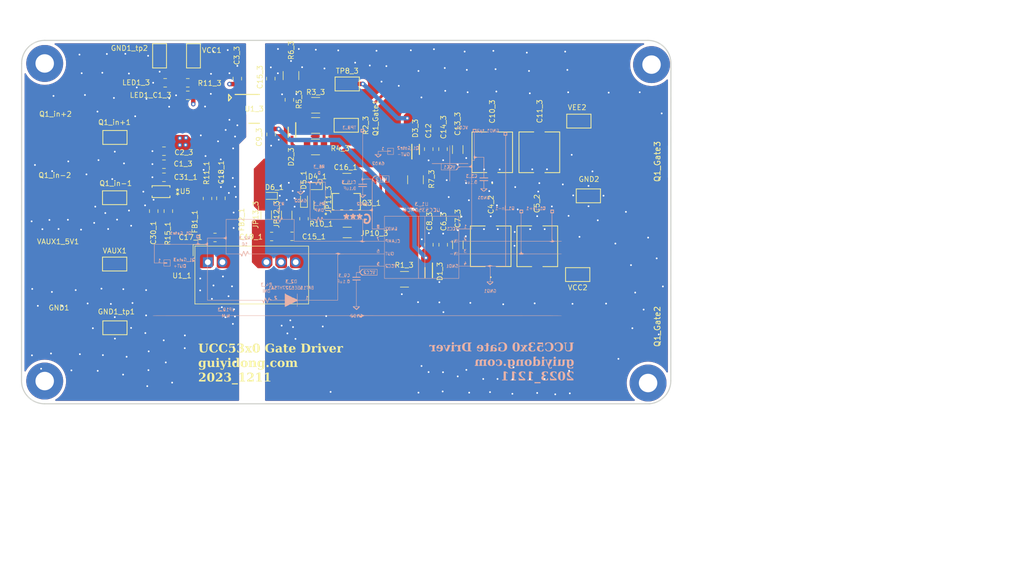
<source format=kicad_pcb>
(kicad_pcb (version 20221018) (generator pcbnew)
  (layers (0 "F.Cu" signal) (1 "In1.Cu" signal "GND.Cu") (2 "In2.Cu" signal "POWER.Cu") (31 "B.Cu" signal) (34 "B.Paste" user) (35 "F.Paste" user) (36 "B.SilkS" user "B.Silkscreen") (37 "F.SilkS" user "F.Silkscreen") (38 "B.Mask" user) (39 "F.Mask" user) (44 "Edge.Cuts" user))
  (net 0 "")
  (net 1 "unconnected-(TP1-Pin_1-Pad1)")
  (net 4 "GND1")
  (net 5 "VCC1")
  (net 6 "GND2")
  (net 7 "VCC2")
  (net 8 "VEE2")
  (net 9 "Net-(U1_1-+VOUT)")
  (net 10 "Net-(U1_1-0V)")
  (net 11 "VCC2: 15 to 33V")
  (net 12 "VEE2:-17.5 to 0V")
  (net 13 "Net-(U1_1-+VIN)")
  (net 14 "Net-(U1_1--VIN)")
  (net 15 "Net-(D1_3-Pad2)")
  (net 16 "Net-(U1_3-OUT)")
  (net 17 "Net-(D2_3-Pad2)")
  (net 18 "Net-(D3_3-Pad1)")
  (net 19 "Net-(D4_1-K)")
  (net 20 "Net-(U1_1--VOUT)")
  (net 21 "Net-(C18_1-Pad1)")
  (net 22 "Net-(Q1_Gate3-Pin_1)")
  (net 23 "Net-(U1_3-CLAMP)")
  (net 24 "VAUX")
  (net 25 "Net-(LED1_3-A)")
  (net 26 "Net-(D5_1-K)")
  (net 27 "Net-(Q1_in+2-Pin_1)")
  (net 28 "Net-(Q1_in-2-Pin_1)")
  (footprint "Library:CAP_6.3 X 5.8_PAN-M" (layer "F.Cu") (at 131.59 59.4049 90)
    (fp_text reference "C10_3")
    (fp_text value "22uF")
  )
  (footprint "Library:C_0805_2012Metric" (layer "F.Cu") (at 75.438 69.596 90)
    (fp_text reference "R15_1")
    (fp_text value "240R")
  )
  (footprint "Library:SolderWirePad_single_SMD_5x10mm" (layer "F.Cu") (at 156.4 61 -90)
    (fp_text reference "Q1_Gate3")
    (fp_text value "OUT+")
  )
  (footprint "Library:C_0805_2012Metric" (layer "F.Cu") (at 123.08 75.43 90)
    (fp_text reference "C6_3")
    (fp_text value "4.7uF")
  )
  (footprint "Library:R_1210_3225Metric" (layer "F.Cu") (at 100.97 54.7525)
    (fp_text reference "R2_3")
    (fp_text value "10")
  )
  (footprint "Library:C_0805_2012Metric" (layer "F.Cu") (at 96.42 50.3025 90)
    (fp_text reference "R5_3")
    (fp_text value "DNP")
  )
  (footprint "Library:C_0805_2012Metric" (layer "F.Cu") (at 74.676 59.208 180)
    (fp_text reference "C2_3")
    (fp_text value "10uF")
  )
  (footprint "Library:D_SOD-523" (layer "F.Cu") (at 100.875 65.275 180)
    (fp_text reference "D4_1")
    (fp_text value "BZT585B18T")
  )
  (footprint "Library:BEADC2012X105N" (layer "F.Cu") (at 85.852 71.12 180)
    (fp_text reference "FB2_1")
    (fp_text value "BLM21AG471SZ1D")
  )
  (footprint "Library:SOD-123_ONS-M" (layer "F.Cu") (at 74.168 66.228 180)
    (fp_text reference "U5")
    (fp_text value "MMSZ3V3T1G")
  )
  (footprint "Library:R_1206_3216Metric" (layer "F.Cu") (at 92.4 70.25 90)
    (fp_text reference "JP13_3")
    (fp_text value "N.M")
  )
  (footprint "Library:R_1210_3225Metric" (layer "F.Cu") (at 96.695 46.1025 90)
    (fp_text reference "R6_3")
    (fp_text value "0")
  )
  (footprint "Library:TestPoint_Keystone_5019_Minature" (layer "F.Cu") (at 66.175 89.825 180)
    (fp_text reference "GND1_tp1")
    (fp_text value "TestPoint")
  )
  (footprint "Library:C_0805_2012Metric" (layer "F.Cu") (at 120.575 58.8491 -90)
    (fp_text reference "C12")
    (fp_text value "4.7uF")
  )
  (footprint "Library:R_0805_2012Metric" (layer "F.Cu") (at 96.8625 73.975 180)
    (fp_text reference "C15_1")
    (fp_text value "1uf/50V")
  )
  (footprint "Library:C_0805_2012Metric" (layer "F.Cu") (at 93.245 56.3025 -90)
    (fp_text reference "C9_3")
    (fp_text value "0.1uF")
  )
  (footprint "Library:D_SOD-523" (layer "F.Cu") (at 98.95 67.675 90)
    (fp_text reference "D5_1")
    (fp_text value "BZT52B20T")
  )
  (footprint "Library:R_0805_2012Metric" (layer "F.Cu") (at 93.3375 74 180)
    (fp_text reference "C19_1")
    (fp_text value "1uf/50V")
  )
  (footprint "Library:TestPoint_Keystone_5019_Minature" (layer "F.Cu") (at 106.445 47.5525)
    (fp_text reference "TP8_3")
    (fp_text value "TestPoint")
  )
  (footprint "Library:R_1206_3216Metric" (layer "F.Cu") (at 106.385 63.9625 180)
    (fp_text reference "C16_1")
    (fp_text value "4.7uf/50V")
  )
  (footprint "Library:C_0805_2012Metric" (layer "F.Cu") (at 78.806 49.53 180)
    (fp_text reference "LED1_C1_3")
    (fp_text value "0.1uF")
  )
  (footprint "Library:SolderWirePad_single_SMD_5x10mm" (layer "F.Cu") (at 156.4 89.6 -90)
    (fp_text reference "Q1_Gate2")
    (fp_text value "OUT-")
  )
  (footprint "Library:C_0805_2012Metric" (layer "F.Cu") (at 120.605 75.43 90)
    (fp_text reference "C8_3")
    (fp_text value "1uF")
  )
  (footprint "Library:SolderWirePad_single_SMD_5x10mm" (layer "F.Cu") (at 56.425 78.6805 90)
    (fp_text reference "VAUX1_5V1")
    (fp_text value "5V")
  )
  (footprint "Library:C_0805_2012Metric" (layer "F.Cu") (at 123.05 58.8491 -90)
    (fp_text reference "C14_3")
    (fp_text value "1uF")
  )
  (footprint "MountingHole:MountingHole_3.2mm_M3_Pad" (layer "F.Cu") (at 54 99.06)
    (fp_text reference "TP1" hide)
    (fp_text value "M3")
  )
  (footprint "Library:SOD2513X110N" (layer "F.Cu") (at 120.57 80.26 -90)
    (fp_text reference "D1_3")
    (fp_text value "MURS160T3G" hide)
  )
  (footprint "Library:CAP_6.3 X 5.8_PAN-M" (layer "F.Cu") (at 131.318 75.692 90)
    (fp_text reference "C4_2")
    (fp_text value "22uF")
  )
  (footprint "Library:SolderWirePad_single_SMD_5x10mm" (layer "F.Cu") (at 56.425 89.928 90)
    (fp_text reference "GND1")
    (fp_text value "GND1")
  )
  (footprint "Library:SolderWirePad_single_SMD_5x10mm" (layer "F.Cu") (at 56.425 67.278 90)
    (fp_text reference "Q1_in-2")
    (fp_text value "IN-")
  )
  (footprint "Library:R_1206_3216Metric" (layer "F.Cu") (at 95.95 70.3 90)
    (fp_text reference "JP12_3")
    (fp_text value "N.M")
  )
  (footprint "Library:TestPoint_Keystone_5019_Minature" (layer "F.Cu") (at 146.6 54 180)
    (fp_text reference "VEE2")
    (fp_text value "TestPoint")
  )
  (footprint "Library:C_1206_3216Metric" (layer "F.Cu") (at 125.6 58.9241 -90)
    (fp_text reference "C13_3")
    (fp_text value "10uF")
  )
  (footprint "Library:BEADC2012X105N" (layer "F.Cu") (at 82.2 71.24 -90)
    (fp_text reference "FB1_1")
    (fp_text value "BLM21AG471SZ1D")
  )
  (footprint "Library:R_0805_2012Metric" (layer "F.Cu") (at 82.225 67.405 -90)
    (fp_text reference "R11_1")
    (fp_text value "0")
  )
  (footprint "Library:TestPoint_Keystone_5019_Minature" (layer "F.Cu") (at 79.789 42.675 -90)
    (fp_text reference "VCC1")
    (fp_text value "TestPoint")
  )
  (footprint "Library:R_1210_3225Metric" (layer "F.Cu") (at 100.97 51.2525)
    (fp_text reference "R3_3")
    (fp_text value "0")
  )
  (footprint "Library:CAP_EEFK_D8_PAN-M" (layer "F.Cu") (at 139.3952 75.692 90)
    (fp_text reference "C5_2")
    (fp_text value "47uF")
  )
  (footprint "Library:SolderWirePad_single_SMD_5x10mm" (layer "F.Cu") (at 56.425 56.8 90)
    (fp_text reference "Q1_in+2")
    (fp_text value "IN+")
  )
  (footprint "Library:C_1206_3216Metric" (layer "F.Cu") (at 125.63 75.43 90)
    (fp_text reference "C7_3")
    (fp_text value "10uF")
  )
  (footprint "Library:C_0805_2012Metric" (layer "F.Cu") (at 84.55 67.375 90)
    (fp_text reference "C18_1")
    (fp_text value "N.M")
  )
  (footprint "Library:TestPoint_Keystone_5019_Minature" (layer "F.Cu") (at 66.125 78.775 180)
    (fp_text reference "VAUX1")
    (fp_text value "TestPoint")
  )
  (footprint "Library:R_0805_2012Metric" (layer "F.Cu") (at 83.525 74.168)
    (fp_text reference "C17_1")
    (fp_text value "1uf/50V")
  )
  (footprint "Library:TestPoint_Keystone_5019_Minature" (layer "F.Cu") (at 66.175 56.825)
    (fp_text reference "Q1_in+1")
    (fp_text value "TestPoint")
  )
  (footprint "Library:C_0805_2012Metric" (layer "F.Cu") (at 93.195 46.6275 90)
    (fp_text reference "C15_3")
    (fp_text value "0.1uF")
  )
  (footprint "Library:TestPoint_Keystone_5019_Minature" (layer "F.Cu") (at 106.275 54.72)
    (fp_text reference "Q1_Gate1")
    (fp_text value "TestPoint")
  )
  (footprint "Library:C_0805_2012Metric" (layer "F.Cu") (at 74.676 61.468 180)
    (fp_text reference "C1_3")
    (fp_text value "10uF")
  )
  (footprint "Library:R_1206_3216Metric" (layer "F.Cu") (at 106.4415 73.3018)
    (fp_text reference "JP10_3")
    (fp_text value "N.M")
  )
  (footprint "Library:TestPoint_Keystone_5019_Minature" (layer "F.Cu") (at 73.914 42.675 -90)
    (fp_text reference "GND1_tp2")
    (fp_text value "TestPoint")
  )
  (footprint "Library:R_1206_3216Metric" (layer "F.Cu") (at 101.575 68.55 90)
    (fp_text reference "JP11_3")
    (fp_text value "N.M")
  )
  (footprint "Library:C_0805_2012Metric" (layer "F.Cu") (at 74.676 63.738 180)
    (fp_text reference "C31_1")
    (fp_text value "4.7uF/10V")
  )
  (footprint "Library:C_0805_2012Metric" (layer "F.Cu") (at 78.806 47.355)
    (fp_text reference "R11_3")
    (fp_text value "1k")
  )
  (footprint "Library:TestPoint_Keystone_5019_Minature" (layer "F.Cu") (at 146.4 80.6 180)
    (fp_text reference "VCC2")
    (fp_text value "TestPoint")
  )
  (footprint "Library:C_0805_2012Metric" (layer "F.Cu") (at 72.898 69.596 90)
    (fp_text reference "C30_1")
    (fp_text value "10uF/25V")
  )
  (footprint "Library:D_SOD-523" (layer "F.Cu") (at 93.075 66.95 180)
    (fp_text reference "D6_1")
    (fp_text value "BZT52B2V7T")
  )
  (footprint "MountingHole:MountingHole_3.2mm_M3_Pad" (layer "F.Cu") (at 159.2 44.2)
    (fp_text reference "TP4" hide)
    (fp_text value "M3")
  )
  (footprint "Library:TestPoint_Keystone_5019_Minature" (layer "F.Cu") (at 66.125 67.275)
    (fp_text reference "Q1_in-1")
    (fp_text value "TestPoint")
  )
  (footprint "Library:Converter_DCDC_Murata_MGJ2DxxxxxxSC_THT" (layer "F.Cu") (at 82.275 78.45)
    (fp_text reference "U1_1")
    (fp_text value "MGJ2D051509SC")
  )
  (footprint "Library:R_1210_3225Metric" (layer "F.Cu") (at 100.945 58.4775)
    (fp_text reference "R4_3")
    (fp_text value "DNI")
  )
  (footprint "Library:CAP_EEFK_D8_PAN-M" (layer "F.Cu") (at 139.75 59.4 90)
    (fp_text reference "C11_3")
    (fp_text value "47uF")
  )
  (footprint "Library:SOT-89_STM" (layer "F.Cu") (at 106.2965 67.9579)
    (fp_text reference "Q3_1")
    (fp_text value "2STF1360")
  )
  (footprint "Library:C_0805_2012Metric" (layer "F.Cu") (at 74.881 47.355)
    (fp_text reference "LED1_3")
    (fp_text value "LED")
  )
  (footprint "Library:R_1210_3225Metric" (layer "F.Cu") (at 118.28 64.16 -90)
    (fp_text reference "R7_3")
    (fp_text value "10.0")
  )
  (footprint "MountingHole:MountingHole_3.2mm_M3_Pad" (layer "F.Cu") (at 54 44)
    (fp_text reference "TP2" hide)
    (fp_text value "M3")
  )
  (footprint "Library:C_0805_2012Metric" (layer "F.Cu") (at 87.395 46.6275 90)
    (fp_text reference "C3_3")
    (fp_text value "0.1uF")
  )
  (footprint "Library:TestPoint_Keystone_5019_Minature" (layer "F.Cu") (at 148.25 66.95 180)
    (fp_text reference "GND2")
    (fp_text value "TestPoint")
  )
  (footprint "Library:D0008B_M" (layer "F.Cu") (at 90.32 51.8775)
    (fp_text reference "U1_3")
    (fp_text value "UCC5350MCD")
  )
  (footprint "Library:SOD2513X110N" (layer "F.Cu") (at 96.87 55.9275 -90)
    (fp_text reference "D2_3")
    (fp_text value "BAT165E6327HTSA1" hide)
  )
  (footprint "Library:R_1210_3225Metric" (layer "F.Cu") (at 116.37 81.42 180)
    (fp_text reference "R1_3")
    (fp_text value "10.0")
  )
  (footprint "MountingHole:MountingHole_3.2mm_M3_Pad" (layer "F.Cu") (at 158.6 99.4)
    (fp_text reference "TP3" hide)
    (fp_text value "M3")
  )
  (footprint "Library:SOD2513X110N" (layer "F.Cu") (at 118.3 58.8991 90)
    (fp_text reference "D3_3")
    (fp_text value "MURS160T3G" hide)
  )
  (footprint "Library:R_0805_2012Metric" (layer "F.Cu") (at 98.95 70.925 90)
    (fp_text reference "R10_1")
    (fp_text value "1k")
  )
  (footprint "direct AC-AC:ucc_driver_circuit" (layer "B.Cu") (at 108.2 71 180)
    (fp_text reference "G***")
    (fp_text value "LOGO" hide)
  )
  (gr_arc (start 158.56 40) (mid 161.388427 41.171573) (end 162.56 44) (stroke (width 0.2)) (layer "Edge.Cuts"))
  (gr_arc (start 50 44) (mid 51.171573 41.171573) (end 54 40) (stroke (width 0.2)) (layer "Edge.Cuts"))
  (gr_line (start 54 40) (end 158.56 40) (stroke (width 0.2)) (layer "Edge.Cuts"))
  (gr_line (start 49.980979 99) (end 50 44) (stroke (width 0.2)) (layer "Edge.Cuts"))
  (gr_line (start 162.540979 99) (end 162.56 44) (stroke (width 0.2)) (layer "Edge.Cuts"))
  (gr_arc (start 53.980979 103) (mid 51.152552 101.828427) (end 49.980979 99) (stroke (width 0.2)) (layer "Edge.Cuts"))
  (gr_line (start 53.980979 103) (end 158.819021 103) (stroke (width 0.2)) (layer "Edge.Cuts"))
  (gr_arc (start 162.540979 99) (mid 161.466568 101.731894) (end 158.819021 103) (stroke (width 0.2)) (layer "Edge.Cuts"))
  (gr_text "UCC53x0 Gate Driver \nguiyidong.com\n2023_1211" (at 145.8 99.2) (layer "B.SilkS") (effects (font (size 1.5 1.5) (thickness 0.3) bold) (justify left bottom mirror)))
  (gr_text "UCC53x0 Gate Driver \nguiyidong.com\n2023_1211" (at 80.6 99.4) (layer "F.SilkS") (effects (font (size 1.5 1.5) (thickness 0.3) bold) (justify left bottom)))
  (via (at 53.38 96.92) (size 0.6096) (drill 0.3048) (layers "F.Cu" "B.Cu") (net 1))
  (segment (start 86.742 71.12) (end 86.742 69.858) (width 0.508) (layer "F.Cu") (net 4))
  (segment (start 72.4408 66.228) (end 71.103 66.228) (width 0.508) (layer "F.Cu") (net 4))
  (segment (start 72.693 61.468) (end 72.675 61.45) (width 0.508) (layer "F.Cu") (net 4))
  (segment (start 86.742 95.467) (end 87.05 95.775) (width 0.508) (layer "F.Cu") (net 4))
  (segment (start 73.914 42.675) (end 71.925 42.675) (width 0.508) (layer "F.Cu") (net 4))
  (segment (start 66.175 89.825) (end 66.175 88) (width 0.508) (layer "F.Cu") (net 4))
  (segment (start 77.856 49.53) (end 76.78 49.53) (width 0.508) (layer "F.Cu") (net 4))
  (segment (start 72.688 63.738) (end 72.675 63.725) (width 0.508) (layer "F.Cu") (net 4))
  (segment (start 87.420001 53.7825) (end 86.0375 53.7825) (width 0.508) (layer "F.Cu") (net 4))
  (segment (start 87.420001 53.7825) (end 87.420001 54.699999) (width 0.508) (layer "F.Cu") (net 4))
  (segment (start 86.0375 53.7825) (end 86.025 53.77) (width 0.508) (layer "F.Cu") (net 4))
  (segment (start 86.0425 45.6775) (end 86.025 45.695) (width 0.508) (layer "F.Cu") (net 4))
  (segment (start 71.103 66.228) (end 71.1 66.225) (width 0.508) (layer "F.Cu") (net 4))
  (segment (start 72.898 68.646) (end 71.446 68.646) (width 0.508) (layer "F.Cu") (net 4))
  (segment (start 87.395 45.6775) (end 87.395 44.425) (width 0.508) (layer "F.Cu") (net 4))
  (segment (start 68.95 89.825) (end 68.975 89.85) (width 0.508) (layer "F.Cu") (net 4))
  (segment (start 86.742 93.158) (end 86.75 93.15) (width 0.508) (layer "F.Cu") (net 4))
  (segment (start 84.55 66.425) (end 85.9 66.425) (width 0.508) (layer "F.Cu") (net 4))
  (segment (start 86.742 69.858) (end 86.75 69.85) (width 0.508) (layer "F.Cu") (net 4))
  (segment (start 73.914 45.414) (end 73.925 45.425) (width 0.508) (layer "F.Cu") (net 4))
  (segment (start 73.726 61.468) (end 72.693 61.468) (width 0.508) (layer "F.Cu") (net 4))
  (segment (start 87.420001 54.699999) (end 87.4 54.72) (width 0.508) (layer "F.Cu") (net 4))
  (segment (start 73.931 47.355) (end 72.805 47.355) (width 0.508) (layer "F.Cu") (net 4))
  (segment (start 72.898 67.648) (end 72.875 67.625) (width 0.508) (layer "F.Cu") (net 4))
  (segment (start 72.898 68.646) (end 72.898 67.648) (width 0.508) (layer "F.Cu") (net 4))
  (segment (start 85.9 66.425) (end 85.925 66.45) (width 0.508) (layer "F.Cu") (net 4))
  (segment (start 85.3 88.025) (end 85.325 88) (width 0.508) (layer "F.Cu") (net 4))
  (segment (start 66.175 89.825) (end 66.175 91.7) (width 0.508) (layer "F.Cu") (net 4))
  (segment (start 73.726 63.738) (end 72.688 63.738) (width 0.508) (layer "F.Cu") (net 4))
  (segment (start 66.175 89.825) (end 68.95 89.825) (width 0.508) (layer "F.Cu") (net 4))
  (segment (start 62.322 89.928) (end 62.35 89.9) (width 0.508) (layer "F.Cu") (net 4))
  (segment (start 56.425 89.928) (end 62.322 89.928) (width 0.508) (layer "F.Cu") (net 4))
  (segment (start 86.742 71.12) (end 86.742 72.517) (width 0.508) (layer "F.Cu") (net 4))
  (segment (start 87.395 45.6775) (end 86.0425 45.6775) (width 0.508) (layer "F.Cu") (net 4))
  (segment (start 73.726 59.208) (end 72.683 59.208) (width 0.508) (layer "F.Cu") (net 4))
  (segment (start 71.446 68.646) (end 71.4 68.6) (width 0.508) (layer "F.Cu") (net 4))
  (segment (start 84.55 66.425) (end 84.55 65.425) (width 0.508) (layer "F.Cu") (net 4))
  (segment (start 76.78 49.53) (end 76.775 49.525) (width 0.508) (layer "F.Cu") (net 4))
  (segment (start 72.805 47.355) (end 72.8 47.35) (width 0.508) (layer "F.Cu") (net 4))
  (segment (start 66.175 88) (end 66.15 87.975) (width 0.508) (layer "F.Cu") (net 4))
  (segment (start 87.395 44.425) (end 87.4 44.42) (width 0.508) (layer "F.Cu") (net 4))
  (segment (start 72.683 59.208) (end 72.675 59.2) (width 0.508) (layer "F.Cu") (net 4))
  (segment (start 73.914 42.675) (end 73.914 45.414) (width 0.508) (layer "F.Cu") (net 4))
  (segment (start 86.742 72.517) (end 86.75 72.525) (width 0.508) (layer "F.Cu") (net 4))
  (via (at 87.14 67.14) (size 0.6096) (drill 0.3048) (layers "F.Cu" "B.Cu") (net 4))
  (via (at 66 49.98) (size 0.6096) (drill 0.3048) (layers "F.Cu" "B.Cu") (net 4))
  (via (at 83.24 41.92) (size 0.6096) (drill 0.3048) (layers "F.Cu" "B.Cu") (net 4))
  (via (at 87.4 54.72) (size 0.6096) (drill 0.3048) (layers "F.Cu" "B.Cu") (net 4))
  (via (at 67.63 83.13) (size 0.6096) (drill 0.3048) (layers "F.Cu" "B.Cu") (net 4))
  (via (at 55.25 83.61) (size 0.6096) (drill 0.3048) (layers "F.Cu" "B.Cu") (net 4))
  (via (at 65 72.7) (size 0.6096) (drill 0.3048) (layers "F.Cu" "B.Cu") (net 4))
  (via (at 66.175 91.7) (size 0.6096) (drill 0.3048) (layers "F.Cu" "B.Cu") (net 4))
  (via (at 51.79 94.6) (size 0.6096) (drill 0.3048) (layers "F.Cu" "B.Cu") (net 4))
  (via (at 86.025 53.77) (size 0.6096) (drill 0.3048) (layers "F.Cu" "B.Cu") (net 4))
  (via (at 85.325 88) (size 0.6096) (drill 0.3048) (layers "F.Cu" "B.Cu") (net 4))
  (via (at 66.15 87.975) (size 0.6096) (drill 0.3048) (layers "F.Cu" "B.Cu") (net 4))
  (via (at 86.83 86.62) (size 0.6096) (drill 0.3048) (layers "F.Cu" "B.Cu") (net 4))
  (via (at 62.58 71.64) (size 0.6096) (drill 0.3048) (layers "F.Cu" "B.Cu") (net 4))
  (via (at 82.8 49.27) (size 0.6096) (drill 0.3048) (layers "F.Cu" "B.Cu") (net 4))
  (via (at 54.82 71.13) (size 0.6096) (drill 0.3048) (layers "F.Cu" "B.Cu") (net 4))
  (via (at 68.61 69.5) (size 0.6096) (drill 0.3048) (layers "F.Cu" "B.Cu") (net 4))
  (via (at 71.1 66.225) (size 0.6096) (drill 0.3048) (layers "F.Cu" "B.Cu") (net 4))
  (via (at 86.61 63.86) (size 0.6096) (drill 0.3048) (layers "F.Cu" "B.Cu") (net 4))
  (via (at 84.52 60.63) (size 0.6096) (drill 0.3048) (layers "F.Cu" "B.Cu") (net 4))
  (via (at 84.05 57.5) (size 0.6096) (drill 0.3048) (layers "F.Cu" "B.Cu") (net 4))
  (via (at 71.925 42.675) (size 0.6096) (drill 0.3048) (layers "F.Cu" "B.Cu") (net 4))
  (via (at 84.9 80.93) (size 0.6096) (drill 0.3048) (layers "F.Cu" "B.Cu") (net 4))
  (via (at 71.58 83.29) (size 0.6096) (drill 0.3048) (layers "F.Cu" "B.Cu") (net 4))
  (via (at 62.35 89.9) (size 0.6096) (drill 0.3048) (layers "F.Cu" "B.Cu") (net 4))
  (via (at 71.45 90.74) (size 0.6096) (drill 0.3048) (layers "F.Cu" "B.Cu") (net 4))
  (via (at 58.02 71.1) (size 0.6096) (drill 0.3048) (layers "F.Cu" "B.Cu") (net 4))
  (via (at 72.8 47.35) (size 0.6096) (drill 0.3048) (layers "F.Cu" "B.Cu") (net 4))
  (via (at 65.712284 64.04152) (size 0.6096) (drill 0.3048) (layers "F.Cu" "B.Cu") (net 4))
  (via (at 55.091593 94.278593) (size 0.6096) (drill 0.3048) (layers "F.Cu" "B.Cu") (net 4))
  (via (at 60.097901 94.400698) (size 0.6096) (drill 0.3048) (layers "F.Cu" "B.Cu") (net 4))
  (via (at 63.324452 60.758251) (size 0.6096) (drill 0.3048) (layers "F.Cu" "B.Cu") (net 4))
  (via (at 83.26 82.49) (size 0.6096) (drill 0.3048) (layers "F.Cu" "B.Cu") (net 4))
  (via (at 78.28 93.36) (size 0.6096) (drill 0.3048) (layers "F.Cu" "B.Cu") (net 4))
  (via (at 61.44 85.61) (size 0.6096) (drill 0.3048) (layers "F.Cu" "B.Cu") (net 4))
  (via (at 62.77 68.82) (size 0.6096) (drill 0.3048) (layers "F.Cu" "B.Cu") (net 4))
  (via (at 67.98 42.33) (size 0.6096) (drill 0.3048) (layers "F.Cu" "B.Cu") (net 4))
  (via (at 75.6 50.05) (size 0.6096) (drill 0.3048) (layers "F.Cu" "B.Cu") (net 4))
  (via (at 55.29 62.66) (size 0.6096) (drill 0.3048) (layers "F.Cu" "B.Cu") (net 4))
  (via (at 81.55 62.45) (size 0.6096) (drill 0.3048) (layers "F.Cu" "B.Cu") (net 4))
  (via (at 76.09 99.33) (size 0.6096) (drill 0.3048) (layers "F.Cu" "B.Cu") (net 4))
  (via (at 61.24 63.23) (size 0.6096) (drill 0.3048) (layers "F.Cu" "B.Cu") (net 4))
  (via (at 53.6 72.73) (size 0.6096) (drill 0.3048) (layers "F.Cu" "B.Cu") (net 4))
  (via (at 80.95 83.35) (size 0.6096) (drill 0.3048) (layers "F.Cu" "B.Cu") (net 4))
  (via (at 59.37 83.29) (size 0.6096) (drill 0.3048) (layers "F.Cu" "B.Cu") (net 4))
  (via (at 52.31 61.6) (size 0.6096) (drill 0.3048) (layers "F.Cu" "B.Cu") (net 4))
  (via (at 87.4 44.42) (size 0.6096) (drill 0.3048) (layers "F.Cu" "B.Cu") (net 4))
  (via (at 63.148904 52.342858) (size 0.6096) (drill 0.3048) (layers "F.Cu" "B.Cu") (net 4))
  (via (at 65.47 85.69) (size 0.6096) (drill 0.3048) (layers "F.Cu" "B.Cu") (net 4))
  (via (at 86.98 87.87) (size 0.6096) (drill 0.3048) (layers "F.Cu" "B.Cu") (net 4))
  (via (at 84.71 86.26) (size 0.6096) (drill 0.3048) (layers "F.Cu" "B.Cu") (net 4))
  (via (at 71.4 68.6) (size 0.6096) (drill 0.3048) (layers "F.Cu" "B.Cu") (net 4))
  (via (at 69.22 85.53) (size 0.6096) (drill 0.3048) (layers "F.Cu" "B.Cu") (net 4))
  (via (at 71.982796 97.168413) (size 0.6096) (drill 0.3048) (layers "F.Cu" "B.Cu") (net 4))
  (via (at 86.75 72.525) (size 0.6096) (drill 0.3048) (layers "F.Cu" "B.Cu") (net 4))
  (via (at 51.84 83.09) (size 0.6096) (drill 0.3048) (layers "F.Cu" "B.Cu") (net 4))
  (via (at 78.3 91.15) (size 0.6096) (drill 0.3048) (layers "F.Cu" "B.Cu") (net 4))
  (via (at 56.4 72.7) (size 0.6096) (drill 0.3048) (layers "F.Cu" "B.Cu") (net 4))
  (via (at 51.73 71.37) (size 0.6096) (drill 0.3048) (layers "F.Cu" "B.Cu") (net 4))
  (via (at 58.63 97.21) (size 0.6096) (drill 0.3048) (layers "F.Cu" "B.Cu") (net 4))
  (via (at 64.776972 42.357376) (size 0.6096) (drill 0.3048) (layers "F.Cu" "B.Cu") (net 4))
  (via (at 84.74 64.41) (size 0.6096) (drill 0.3048) (layers "F.Cu" "B.Cu") (net 4))
  (via (at 63.84 83.04) (size 0.6096) (drill 0.3048) (layers "F.Cu" "B.Cu") (net 4))
  (via (at 63.990072 45.613511) (size 0.6096) (drill 0.3048) (layers "F.Cu" "B.Cu") (net 4))
  (via (at 85.37 55.53) (size 0.6096) (drill 0.3048) (layers "F.Cu" "B.Cu") (net 4))
  (via (at 80.97 81.28) (size 0.6096) (drill 0.3048) (layers "F.Cu" "B.Cu") (net 4))
  (via (at 71.64 50.14) (size 0.6096) (drill 0.3048) (layers "F.Cu" "B.Cu") (net 4))
  (via (at 82.99 84.81) (size 0.6096) (drill 0.3048) (layers "F.Cu" "B.Cu") (net 4))
  (via (at 72.675 61.45) (size 0.6096) (drill 0.3048) (layers "F.Cu" "B.Cu") (net 4))
  (via (at 60.978147 49.466605) (size 0.6096) (drill 0.3048) (layers "F.Cu" "B.Cu") (net 4))
  (via (at 67.747369 61.328074) (size 0.6096) (drill 0.3048) (layers "F.Cu" "B.Cu") (net 4))
  (via (at 64.510117 69.934327) (size 0.6096) (drill 0.3048) (layers "F.Cu" "B.Cu") (net 4))
  (via (at 85.87 84.35) (size 0.6096) (drill 0.3048) (layers "F.Cu" "B.Cu") (net 4))
  (via (at 72.023497 93.912277) (size 0.6096) (drill 0.3048) (layers "F.Cu" "B.Cu") (net 4))
  (via (at 64.09 94.56) (size 0.6096) (drill 0.3048) (layers "F.Cu" "B.Cu") (net 4))
  (via (at 86.97 65.36) (size 0.6096) (drill 0.3048) (layers "F.Cu" "B.Cu") (net 4))
  (via (at 86.625 89.15) (size 0.6096) (drill 0.3048) (layers "F.Cu" "B.Cu") (net 4))
  (via (at 81.06 56.47) (size 0.6096) (drill 0.3048) (layers "F.Cu" "B.Cu") (net 4))
  (via (at 86.47 82.64) (size 0.6096) (drill 0.3048) (layers "F.Cu" "B.Cu") (net 4))
  (via (at 68.987303 72.132219) (size 0.6096) (drill 0.3048) (layers "F.Cu" "B.Cu") (net 4))
  (via (at 72.675 59.2) (size 0.6096) (drill 0.3048) (layers "F.Cu" "B.Cu") (net 4))
  (via (at 75.575 51.5) (size 0.6096) (drill 0.3048) (layers "F.Cu" "B.Cu") (net 4))
  (via (at 87 56.67) (size 0.6096) (drill 0.3048) (layers "F.Cu" "B.Cu") (net 4))
  (via (at 87.05 95.775) (size 0.6096) (drill 0.3048) (layers "F.Cu" "B.Cu") (net 4))
  (via (at 68.975 89.85) (size 0.6096) (drill 0.3048) (layers "F.Cu" "B.Cu") (net 4))
  (via (at 68.6 45.75) (size 0.6096) (drill 0.3048) (layers "F.Cu" "B.Cu") (net 4))
  (via (at 58.09 60.98) (size 0.6096) (drill 0.3048) (layers "F.Cu" "B.Cu") (net 4))
  (via (at 71.78 99.94) (size 0.6096) (drill 0.3048) (layers "F.Cu" "B.Cu") (net 4))
  (via (at 68.197538 94.848416) (size 0.6096) (drill 0.3048) (layers "F.Cu" "B.Cu") (net 4))
  (via (at 71.58 87.68) (size 0.6096) (drill 0.3048) (layers "F.Cu" "B.Cu") (net 4))
  (via (at 66.545202 71.073975) (size 0.6096) (drill 0.3048) (layers "F.Cu" "B.Cu") (net 4))
  (via (at 73.925 45.425) (size 0.6096) (drill 0.3048) (layers "F.Cu" "B.Cu") (net 4))
  (via (at 85.925 66.45) (size 0.6096) (drill 0.3048) (layers "F.Cu" "B.Cu") (net 4))
  (via (at 74.63 92) (size 0.6096) (drill 0.3048) (layers "F.Cu" "B.Cu") (net 4))
  (via (at 60.3 72.81) (size 0.6096) (drill 0.3048) (layers "F.Cu" "B.Cu") (net 4))
  (via (at 60.41 45.69) (size 0.6096) (drill 0.3048) (layers "F.Cu" "B.Cu") (net 4))
  (via (at 86.025 45.695) (size 0.6096) (drill 0.3048) (layers "F.Cu" "B.Cu") (net 4))
  (via (at 57 86.06) (size 0.6096) (drill 0.3048) (layers "F.Cu" "B.Cu") (net 4))
  (via (at 52.81 86.02) (size 0.6096) (drill 0.3048) (layers "F.Cu" "B.Cu") (net 4))
  (via (at 81.8 51.47) (size 0.6096) (drill 0.3048) (layers "F.Cu" "B.Cu") (net 4))
  (via (at 84.55 65.425) (size 0.6096) (drill 0.3048) (layers "F.Cu" "B.Cu") (net 4))
  (via (at 84.83 62.99) (size 0.6096) (drill 0.3048) (layers "F.Cu" "B.Cu") (net 4))
  (via (at 63.19 97.29) (size 0.6096) (drill 0.3048) (layers "F.Cu" "B.Cu") (net 4))
  (via (at 74.99 95.83) (size 0.6096) (drill 0.3048) (layers "F.Cu" "B.Cu") (net 4))
  (via (at 69.96 48.16) (size 0.6096) (drill 0.3048) (layers "F.Cu" "B.Cu") (net 4))
  (via (at 81.88 60.05) (size 0.6096) (drill 0.3048) (layers "F.Cu" "B.Cu") (net 4))
  (via (at 60.028441 42.465914) (size 0.6096) (drill 0.3048) (layers "F.Cu" "B.Cu") (net 4))
  (via (at 55.52412 49.629412) (size 0.6096) (drill 0.3048) (layers "F.Cu" "B.Cu") (net 4))
  (via (at 72.875 67.625) (size 0.6096) (drill 0.3048) (layers "F.Cu" "B.Cu") (net 4))
  (via (at 82.83 45.8) (size 0.6096) (drill 0.3048) (layers "F.Cu" "B.Cu") (net 4))
  (via (at 66.15 59.29) (size 0.6096) (drill 0.3048) (layers "F.Cu" "B.Cu") (net 4))
  (via (at 76.775 49.525) (size 0.6096) (drill 0.3048) (layers "F.Cu" "B.Cu") (net 4))
  (via (at 86.75 69.85) (size 0.6096) (drill 0.3048) (layers "F.Cu" "B.Cu") (net 4))
  (via (at 72.675 63.725) (size 0.6096) (drill 0.3048) (layers "F.Cu" "B.Cu") (net 4))
  (via (at 69.688309 53.156892) (size 0.6096) (drill 0.3048) (layers "F.Cu" "B.Cu") (net 4))
  (via (at 86.75 93.15) (size 0.6096) (drill 0.3048) (layers "F.Cu" "B.Cu") (net 4))
  (via (at 86.67 58.72) (size 0.6096) (drill 0.3048) (layers "F.Cu" "B.Cu") (net 4))
  (via (at 85.73 41.68) (size 0.6096) (drill 0.3048) (layers "F.Cu" "B.Cu") (net 4))
  (via (at 67.59 97.94) (size 0.6096) (drill 0.3048) (layers "F.Cu" "B.Cu") (net 4))
  (segment (start 79.756 42.708) (end 79.789 42.675) (width 0.762) (layer "F.Cu") (net 5))
  (segment (start 87.395 47.5775) (end 86.0325 47.5775) (width 0.762) (layer "F.Cu") (net 5))
  (segment (start 86.0325 47.5775) (end 86.025 47.57) (width 0.762) (layer "F.Cu") (net 5))
  (segment (start 79.756 47.355) (end 79.756 49.53) (width 0.762) (layer "F.Cu") (net 5))
  (segment (start 79.756 51.054) (end 79.756 49.53) (width 0.762) (layer "F.Cu") (net 5))
  (segment (start 87.395 49.947499) (end 87.420001 49.9725) (width 0.508) (layer "F.Cu") (net 5))
  (segment (start 79.756 47.355) (end 79.756 42.708) (width 0.762) (layer "F.Cu") (net 5))
  (segment (start 87.395 47.5775) (end 87.395 49.947499) (width 0.508) (layer "F.Cu") (net 5))
  (via (at 78.486 56.896) (size 0.762) (drill 0.381) (layers "F.Cu" "B.Cu") (net 5))
  (via (at 79.756 51.054) (size 0.762) (drill 0.381) (layers "F.Cu" "B.Cu") (net 5))
  (via (at 78.425 58.125) (size 0.762) (drill 0.381) (layers "F.Cu" "B.Cu") (net 5))
  (via (at 77.425 56.95) (size 0.762) (drill 0.381) (layers "F.Cu" "B.Cu") (net 5))
  (via (at 77.425 58.15) (size 0.762) (drill 0.381) (layers "F.Cu" "B.Cu") (net 5))
  (via (at 86.025 47.57) (size 0.762) (drill 0.381) (layers "F.Cu" "B.Cu") (net 5))
  (segment (start 126.995 73.955) (end 127 73.95) (width 0.6096) (layer "F.Cu") (net 6))
  (segment (start 150.85 66.95) (end 150.875 66.925) (width 0.6096) (layer "F.Cu") (net 6))
  (segment (start 123.08 73.505) (end 123.075 73.5) (width 0.6096) (layer "F.Cu") (net 6))
  (segment (start 131.59 62.364) (end 131.59 64.585) (width 0.6096) (layer "F.Cu") (net 6))
  (segment (start 95.95 68.8375) (end 97.3125 68.8375) (width 0.6096) (layer "F.Cu") (net 6))
  (segment (start 131.318 70.507) (end 131.325 70.5) (width 0.6096) (layer "F.Cu") (net 6))
  (segment (start 120.575 60.775) (end 120.55 60.8) (width 0.6096) (layer "F.Cu") (net 6))
  (segment (start 140.6671 72.7329) (end 140.675 72.725) (width 0.6096) (layer "F.Cu") (net 6))
  (segment (start 98.95 66.975) (end 98.95 66.15) (width 0.6096) (layer "F.Cu") (net 6))
  (segment (start 138.5341 62.3591) (end 138.525 62.35) (width 0.6096) (layer "F.Cu") (net 6))
  (segment (start 96.42 49.3525) (end 95.1525 49.3525) (width 0.6096) (layer "F.Cu") (net 6))
  (segment (start 145.7 66.95) (end 145.625 66.875) (width 0.6096) (layer "F.Cu") (net 6))
  (segment (start 138.1579 72.7329) (end 138.15 72.725) (width 0.6096) (layer "F.Cu") (net 6))
  (segment (start 125.6 60.3991) (end 125.6 61.525) (width 0.6096) (layer "F.Cu") (net 6))
  (segment (start 139.3952 70.4952) (end 139.375 70.475) (width 0.6096) (layer "F.Cu") (net 6))
  (segment (start 120.605 74.48) (end 119.38 74.48) (width 0.6096) (layer "F.Cu") (net 6))
  (segment (start 139.3623 101.1123) (end 139.375 101.125) (width 0.6096) (layer "F.Cu") (net 6))
  (segment (start 96.42 49.3525) (end 97.5975 49.3525) (width 0.6096) (layer "F.Cu") (net 6))
  (segment (start 98.615 44.64) (end 98.625 44.65) (width 0.6096) (layer "F.Cu") (net 6))
  (segment (start 141.0659 62.3591) (end 141.075 62.35) (width 0.6096) (layer "F.Cu") (net 6))
  (segment (start 139.3952 72.7329) (end 138.1579 72.7329) (width 0.6096) (layer "F.Cu") (net 6))
  (segment (start 120.605 73.43) (end 120.6 73.425) (width 0.6096) (layer "F.Cu") (net 6))
  (segment (start 131.59 62.364) (end 132.864 62.364) (width 0.6096) (layer "F.Cu") (net 6))
  (segment (start 123.08 74.48) (end 123.08 73.505) (width 0.6096) (layer "F.Cu") (net 6))
  (segment (start 93.775 66.95) (end 94.725 66.95) (width 0.6096) (layer "F.Cu") (net 6))
  (segment (start 131.1877 100.9627) (end 131.2 100.975) (width 0.6096) (layer "F.Cu") (net 6))
  (segment (start 131.318 72.7329) (end 132.5421 72.7329) (width 0.6096) (layer "F.Cu") (net 6))
  (segment (start 139.3952 72.7329) (end 139.3952 70.4952) (width 0.6096) (layer "F.Cu") (net 6))
  (segment (start 130.186 62.364) (end 130.175 62.375) (width 0.6096) (layer "F.Cu") (net 6))
  (segment (start 95.95 68.8375) (end 95.95 67.65) (width 0.6096) (layer "F.Cu") (net 6))
  (segment (start 100.175 65.275) (end 100.175 64.475) (width 0.6096) (layer "F.Cu") (net 6))
  (segment (start 131.59 62.364) (end 130.186 62.364) (width 0.6096) (layer "F.Cu") (net 6))
  (segment (start 94.5475 57.2525) (end 94.575 57.225) (width 0.6096) (layer "F.Cu") (net 6))
  (segment (start 123.05 60.75) (end 123.075 60.775) (width 0.6096) (layer "F.Cu") (net 6))
  (segment (start 93.195 45.6775) (end 93.195 44.68) (width 0.6096) (layer "F.Cu") (net 6))
  (segment (start 131.318 72.7329) (end 131.318 70.507) (width 0.6096) (layer "F.Cu") (net 6))
  (segment (start 120.575 59.7991) (end 120.575 60.775) (width 0.6096) (layer "F.Cu") (net 6))
  (segment (start 125.6 60.3991) (end 127.0741 60.3991) (width 0.6096) (layer "F.Cu") (net 6))
  (segment (start 140.6425 98.7075) (end 140.65 98.7) (width 0.6096) (layer "F.Cu") (net 6))
  (segment (start 97.3125 68.8375) (end 97.325 68.825) (width 0.6096) (layer "F.Cu") (net 6))
  (segment (start 148.25 66.95) (end 148.25 68.725) (width 0.6096) (layer "F.Cu") (net 6))
  (segment (start 93.195 44.68) (end 93.2 44.675) (width 0.6096) (layer "F.Cu") (net 6))
  (segment (start 97.4625 91.7625) (end 97.475 91.75) (width 0.6096) (layer "F.Cu") (net 6))
  (segment (start 120.605 74.48) (end 120.605 73.43) (width 0.6096) (layer "F.Cu") (net 6))
  (segment (start 94.725 66.95) (end 94.75 66.925) (width 0.6096) (layer "F.Cu") (net 6))
  (segment (start 132.864 62.364) (end 132.875 62.375) (width 0.6096) (layer "F.Cu") (net 6))
  (segment (start 131.59 64.585) (end 131.575 64.6) (width 0.6096) (layer "F.Cu") (net 6))
  (segment (start 93.195 45.6775) (end 94.4025 45.6775) (width 0.6096) (layer "F.Cu") (net 6))
  (segment (start 139.75 62.3591) (end 138.5341 62.3591) (width 0.6096) (layer "F.Cu") (net 6))
  (segment (start 127.0984 97.1234) (end 127.1 97.125) (width 0.6096) (layer "F.Cu") (net 6))
  (segment (start 132.5421 72.7329) (end 132.55 72.725) (width 0.6096) (layer "F.Cu") (net 6))
  (segment (start 94.4025 45.6775) (end 94.425 45.7) (width 0.6096) (layer "F.Cu") (net 6))
  (segment (start 119.38 74.48) (end 119.375 74.475) (width 0.6096) (layer "F.Cu") (net 6))
  (segment (start 139.75 62.3591) (end 139.75 64.75) (width 0.6096) (layer "F.Cu") (net 6))
  (segment (start 123.05 59.7991) (end 123.05 60.75) (width 0.6096) (layer "F.Cu") (net 6))
  (segment (start 97.5975 49.3525) (end 97.625 49.325) (width 0.6096) (layer "F.Cu") (net 6))
  (segment (start 120.54 97.49) (end 120.55 97.5) (width 0.6096) (layer "F.Cu") (net 6))
  (segment (start 132.4924 98.6924) (end 132.5 98.7) (width 0.6096) (layer "F.Cu") (net 6))
  (segment (start 96.695 44.64) (end 98.615 44.64) (width 0.6096) (layer "F.Cu") (net 6))
  (segment (start 138.1175 98.7075) (end 138.1 98.725) (width 0.6096) (layer "F.Cu") (net 6))
  (segment (start 93.245 58.245) (end 93.25 58.25) (width 0.6096) (layer "F.Cu") (net 6))
  (segment (start 139.75 62.3591) (end 141.0659 62.3591) (width 0.6096) (layer "F.Cu") (net 6))
  (segment (start 127.0741 60.3991) (end 127.075 60.4) (width 0.6096) (layer "F.Cu") (net 6))
  (segment (start 96.695 43.58) (end 96.7 43.575) (width 0.6096) (layer "F.Cu") (net 6))
  (segment (start 96.695 44.64) (end 96.695 43.58) (width 0.6096) (layer "F.Cu") (net 6))
  (segment (start 148.25 65.25) (end 148.275 65.225) (width 0.6096) (layer "F.Cu") (net 6))
  (segment (start 125.63 72.93) (end 125.625 72.925) (width 0.6096) (layer "F.Cu") (net 6))
  (segment (start 93.245 57.2525) (end 94.5475 57.2525) (width 0.6096) (layer "F.Cu") (net 6))
  (segment (start 130.1579 72.7329) (end 130.15 72.725) (width 0.6096) (layer "F.Cu") (net 6))
  (segment (start 125.63 73.955) (end 126.995 73.955) (width 0.6096) (layer "F.Cu") (net 6))
  (segment (start 93.245 57.2525) (end 93.245 58.245) (width 0.6096) (layer "F.Cu") (net 6))
  (segment (start 131.318 72.7329) (end 130.1579 72.7329) (width 0.6096) (layer "F.Cu") (net 6))
  (segment (start 148.25 68.725) (end 148.275 68.75) (width 0.6096) (layer "F.Cu") (net 6))
  (segment (start 148.25 66.95) (end 145.7 66.95) (width 0.6096) (layer "F.Cu") (net 6))
  (segment (start 148.25 66.95) (end 148.25 65.25) (width 0.6096) (layer "F.Cu") (net 6))
  (segment (start 130.0326 98.6924) (end 130.025 98.7) (width 0.6096) (layer "F.Cu") (net 6))
  (segment (start 148.25 66.95) (end 150.85 66.95) (width 0.6096) (layer "F.Cu") (net 6))
  (segment (start 125.63 73.955) (end 125.63 72.93) (width 0.6096) (layer "F.Cu") (net 6))
  (segment (start 139.3952 72.7329) (end 140.6671 72.7329) (width 0.6096) (layer "F.Cu") (net 6))
  (segment (start 95.1525 49.3525) (end 95.15 49.35) (width 0.6096) (layer "F.Cu") (net 6))
  (via (at 154.76 69.73) (size 0.6096) (drill 0.3048) (layers "F.Cu" "B.Cu") (net 6))
  (via (at 160.96 52.66) (size 0.6096) (drill 0.3048) (layers "F.Cu" "B.Cu") (net 6))
  (via (at 123.12 87.11) (size 0.6096) (drill 0.3048) (layers "F.Cu" "B.Cu") (net 6))
  (via (at 137.579551 42.125497) (size 0.6096) (drill 0.3048) (layers "F.Cu" "B.Cu") (net 6))
  (via (at 113.233335 44.463276) (size 0.6096) (drill 0.3048) (layers "F.Cu" "B.Cu") (net 6))
  (via (at 152.933136 75.223145) (size 0.6096) (drill 0.3048) (layers "F.Cu" "B.Cu") (net 6))
  (via (at 135.57 65.43) (size 0.6096) (drill 0.3048) (layers "F.Cu" "B.Cu") (net 6))
  (via (at 124.037905 67.162924) (size 0.6096) (drill 0.3048) (layers "F.Cu" "B.Cu") (net 6))
  (via (at 127.180449 45.114503) (size 0.6096) (drill 0.3048) (layers "F.Cu" "B.Cu") (net 6))
  (via (at 112.39 47.15) (size 0.6096) (drill 0.3048) (layers "F.Cu" "B.Cu") (net 6))
  (via (at 97.625 49.325) (size 0.6096) (drill 0.3048) (layers "F.Cu" "B.Cu") (net 6))
  (via (at 115.38 47.88) (size 0.6096) (drill 0.3048) (layers "F.Cu" "B.Cu") (net 6))
  (via (at 151.32 85.63) (size 0.6096) (drill 0.3048) (layers "F.Cu" "B.Cu") (net 6))
  (via (at 118.797044 101.065617) (size 0.6096) (drill 0.3048) (layers "F.Cu" "B.Cu") (net 6))
  (via (at 100.175 64.475) (size 0.6096) (drill 0.3048) (layers "F.Cu" "B.Cu") (net 6))
  (via (at 135.48 73.21) (size 0.6096) (drill 0.3048) (layers "F.Cu" "B.Cu") (net 6))
  (via (at 135.1 98.78) (size 0.6096) (drill 0.3048) (layers "F.Cu" "B.Cu") (net 6))
  (via (at 144.229551 41.945497) (size 0.6096) (drill 0.3048) (layers "F.Cu" "B.Cu") (net 6))
  (via (at 135.077722 101.269125) (size 0.6096) (drill 0.3048) (layers "F.Cu" "B.Cu") (net 6))
  (via (at 123.35449 44.78889) (size 0.6096) (drill 0.3048) (layers "F.Cu" "B.Cu") (net 6))
  (via (at 158.61 74.19) (size 0.6096) (drill 0.3048) (layers "F.Cu" "B.Cu") (net 6))
  (via (at 118.72 85.38) (size 0.6096) (drill 0.3048) (layers "F.Cu" "B.Cu") (net 6))
  (via (at 94.86 65.25) (size 0.6096) (drill 0.3048) (layers "F.Cu" "B.Cu") (net 6))
  (via (at 136 69.31) (size 0.6096) (drill 0.3048) (layers "F.Cu" "B.Cu") (net 6))
  (via (at 127.075 60.4) (size 0.6096) (drill 0.3048) (layers "F.Cu" "B.Cu") (net 6))
  (via (at 93.2 44.675) (size 0.6096) (drill 0.3048) (layers "F.Cu" "B.Cu") (net 6))
  (via (at 103.56 100.94) (size 0.6096) (drill 0.3048) (layers "F.Cu" "B.Cu") (net 6))
  (via (at 96.32 64.69) (size 0.6096) (drill 0.3048) (layers "F.Cu" "B.Cu") (net 6))
  (via (at 133.49 85.75) (size 0.6096) (drill 0.3048) (layers "F.Cu" "B.Cu") (net 6))
  (via (at 141.92 68.79) (size 0.6096) (drill 0.3048) (layers "F.Cu" "B.Cu") (net 6))
  (via (at 120.6 73.425) (size 0.6096) (drill 0.3048) (layers "F.Cu" "B.Cu") (net 6))
  (via (at 97.05 89.7) (size 0.6096) (drill 0.3048) (layers "F.Cu" "B.Cu") (net 6))
  (via (at 138.94 85.59) (size 0.6096) (drill 0.3048) (layers "F.Cu" "B.Cu") (net 6))
  (via (at 145.625 66.875) (size 0.6096) (drill 0.3048) (layers "F.Cu" "B.Cu") (net 6))
  (via (at 125.625 72.925) (size 0.6096) (drill 0.3048) (layers "F.Cu" "B.Cu") (net 6))
  (via (at 119.325 96.45) (size 0.6096) (drill 0.3048) (layers "F.Cu" "B.Cu") (net 6))
  (via (at 137.96 45.3) (size 0.6096) (drill 0.3048) (layers "F.Cu" "B.Cu") (net 6))
  (via (at 131.575 64.6) (size 0.6096) (drill 0.3048) (layers "F.Cu" "B.Cu") (net 6))
  (via (at 131.325 70.5) (size 0.6096) (drill 0.3048) (layers "F.Cu" "B.Cu") (net 6))
  (via (at 155.88 89.9) (size 0.6096) (drill 0.3048) (layers "F.Cu" "B.Cu") (net 6))
  (via (at 104.89 41.74) (size 0.6096) (drill 0.3048) (layers "F.Cu" "B.Cu") (net 6))
  (via (at 94.575 57.225) (size 0.6096) (drill 0.3048) (layers "F.Cu" "B.Cu") (net 6))
  (via (at 121.48 41.53) (size 0.6096) (drill 0.3048) (layers "F.Cu" "B.Cu") (net 6))
  (via (at 96.58 88.54) (size 0.6096) (drill 0.3048) (layers "F.Cu" "B.Cu") (net 6))
  (via (at 140.675 72.725) (size 0.6096) (drill 0.3048) (layers "F.Cu" "B.Cu") (net 6))
  (via (at 127 73.95) (size 0.6096) (drill 0.3048) (layers "F.Cu" "B.Cu") (net 6))
  (via (at 107.823314 43.860352) (size 0.6096) (drill 0.3048) (layers "F.Cu" "B.Cu") (net 6))
  (via (at 118.7959 45.304445) (size 0.6096) (drill 0.3048) (layers "F.Cu" "B.Cu") (net 6))
  (via (at 144.61 45.12) (size 0.6096) (drill 0.3048) (layers "F.Cu" "B.Cu") (net 6))
  (via (at 144.749551 48.995497) (size 0.6096) (drill 0.3048) (layers "F.Cu" "B.Cu") (net 6))
  (via (at 132.16 44.99) (size 0.6096) (drill 0.3048) (layers "F.Cu" "B.Cu") (net 6))
  (via (at 160.09 77.79) (size 0.6096) (drill 0.3048) (layers "F.Cu" "B.Cu") (net 6))
  (via (at 145.36 59.84) (size 0.6096) (drill 0.3048) (layers "F.Cu" "B.Cu") (net 6))
  (via (at 111.52 41.8) (size 0.6096) (drill 0.3048) (layers "F.Cu" "B.Cu") (net 6))
  (via (at 102.2 89.6) (size 0.6096) (drill 0.3048) (layers "F.Cu" "B.Cu") (net 6))
  (via (at 140.65 98.7) (size 0.6096) (drill 0.3048) (layers "F.Cu" "B.Cu") (net 6))
  (via (at 125.6 61.525) (size 0.6096) (drill 0.3048) (layers "F.Cu" "B.Cu") (net 6))
  (via (at 132.299551 48.865497) (size 0.6096) (drill 0.3048) (layers "F.Cu" "B.Cu") (net 6))
  (via (at 127.54 67.71) (size 0.6096) (drill 0.3048) (layers "F.Cu" "B.Cu") (net 6))
  (via (at 141.075 62.35) (size 0.6096) (drill 0.3048) (layers "F.Cu" "B.Cu") (net 6))
  (via (at 123.44 48.75) (size 0.6096) (drill 0.3048) (layers "F.Cu" "B.Cu") (net 6))
  (via (at 93.25 58.25) (size 0.6096) (drill 0.3048) (layers "F.Cu" "B.Cu") (net 6))
  (via (at 138.525 62.35) (size 0.6096) (drill 0.3048) (layers "F.Cu" "B.Cu") (net 6))
  (via (at 122.71 69.9) (size 0.6096) (drill 0.3048) (layers "F.Cu" "B.Cu") (net 6))
  (via (at 144.82 70.42) (size 0.6096) (drill 0.3048) (layers "F.Cu" "B.Cu") (net 6))
  (via (at 98.95 66.15) (size 0.6096) (drill 0.3048) (layers "F.Cu" "B.Cu") (net 6))
  (via (at 131.2 100.975) (size 0.6096) (drill 0.3048) (layers "F.Cu" "B.Cu") (net 6))
  (via (at 130.025 98.7) (size 0.6096) (drill 0.3048) (layers "F.Cu" "B.Cu") (net 6))
  (via (at 126.8 41.94) (size 0.6096) (drill 0.3048) (layers "F.Cu" "B.Cu") (net 6))
  (via (at 97.325 68.825) (size 0.6096) (drill 0.3048) (layers "F.Cu" "B.Cu") (net 6))
  (via (at 132.5 98.7) (size 0.6096) (drill 0.3048) (layers "F.Cu" "B.Cu") (net 6))
  (via (at 139.56 66.21) (size 0.6096) (drill 0.3048) (layers "F.Cu" "B.Cu") (net 6))
  (via (at 122.42 85.42) (size 0.6096) (drill 0.3048) (layers "F.Cu" "B.Cu") (net 6))
  (via (at 110.357082 44.354739) (size 0.6096) (drill 0.3048) (layers "F.Cu" "B.Cu") (net 6))
  (via (at 95.15 49.35) (size 0.6096) (drill 0.3048) (layers "F.Cu" "B.Cu") (net 6))
  (via (at 138.1 98.725) (size 0.6096) (drill 0.3048) (layers "F.Cu" "B.Cu") (net 6))
  (via (at 149.88 71.19) (size 0.6096) (drill 0.3048) (layers "F.Cu" "B.Cu") (net 6))
  (via (at 151.769551 49.055497) (size 0.6096) (drill 0.3048) (layers "F.Cu" "B.Cu") (net 6))
  (via (at 96.99 66.1) (size 0.6096) (drill 0.3048) (layers "F.Cu" "B.Cu") (net 6))
  (via (at 97.475 91.75) (size 0.6096) (drill 0.3048) (layers "F.Cu" "B.Cu") (net 6))
  (via (at 143.82 64.97) (size 0.6096) (drill 0.3048) (layers "F.Cu" "B.Cu") (net 6))
  (via (at 139.75 64.75) (size 0.6096) (drill 0.3048) (layers "F.Cu" "B.Cu") (net 6))
  (via (at 157.83 86.67) (size 0.6096) (drill 0.3048) (layers "F.Cu" "B.Cu") (net 6))
  (via (at 102.8 87.8) (size 0.6096) (drill 0.3048) (layers "F.Cu" "B.Cu") (net 6))
  (via (at 120.55 60.8) (size 0.6096) (drill 0.3048) (layers "F.Cu" "B.Cu") (net 6))
  (via (at 117.47 41.72) (size 0.6096) (drill 0.3048) (layers "F.Cu" "B.Cu") (net 6))
  (via (at 131.07 66.13) (size 0.6096) (drill 0.3048) (layers "F.Cu" "B.Cu") (net 6))
  (via (at 98.05 41.49) (size 0.6096) (drill 0.3048) (layers "F.Cu" "B.Cu") (net 6))
  (via (at 123.69 64.23) (size 0.6096) (drill 0.3048) (layers "F.Cu" "B.Cu") (net 6))
  (via (at 125.6 98.25) (size 0.6096) (drill 0.3048) (layers "F.Cu" "B.Cu") (net 6))
  (via (at 95.075 89.45) (size 0.6096) (drill 0.3048) (layers "F.Cu" "B.Cu") (net 6))
  (via (at 138.099551 49.175497) (size 0.6096) (drill 0.3048) (layers "F.Cu" "B.Cu") (net 6))
  (via (at 94.75 66.925) (size 0.6096) (drill 0.3048) (layers "F.Cu" "B.Cu") (net 6))
  (via (at 155.64 78.96) (size 0.6096) (drill 0.3048) (layers "F.Cu" "B.Cu") (net 6))
  (via (at 142.51 101.36) (size 0.6096) (drill 0.3048) (layers "F.Cu" "B.Cu") (net 6))
  (via (at 160.45 90.98) (size 0.6096) (drill 0.3048) (layers "F.Cu" "B.Cu") (net 6))
  (via (at 98.625 44.65) (size 0.6096) (drill 0.3048) (layers "F.Cu" "B.Cu") (net 6))
  (via (at 126.26 70.55) (size 0.6096) (drill 0.3048) (layers "F.Cu" "B.Cu") (net 6))
  (via (at 127.05 64.75) (size 0.6096) (drill 0.3048) (layers "F.Cu" "B.Cu") (net 6))
  (via (at 132.875 62.375) (size 0.6096) (drill 0.3048) (layers "F.Cu" "B.Cu") (net 6))
  (via (at 97.3 67.36) (size 0.6096) (drill 0.3048) (layers "F.Cu" "B.Cu") (net 6))
  (via (at 122.989319 100.862108) (size 0.6096) (drill 0.3048) (layers "F.Cu" "B.Cu") (net 6))
  (via (at 127.79 85.51) (size 0.6096) (drill 0.3048) (layers "F.Cu" "B.Cu") (net 6))
  (via (at 150.875 66.925) (size 0.6096) (drill 0.3048) (layers "F.Cu" "B.Cu") (net 6))
  (via (at 146.71 74.06) (size 0.6096) (drill 0.3048) (layers "F.Cu" "B.Cu") (net 6))
  (via (at 96.7 43.575) (size 0.6096) (drill 0.3048) (layers "F.Cu" "B.Cu") (net 6))
  (via (at 139.375 101.125) (size 0.6096) (drill 0.3048) (layers "F.Cu" "B.Cu") (net 6))
  (via (at 132.4 68.6) (size 0.6096) (drill 0.3048) (layers "F.Cu" "B.Cu") (net 6))
  (via (at 135.26 96.66) (size 0.6096) (drill 0.3048) (layers "F.Cu" "B.Cu") (net 6))
  (via (at 123.075 73.5) (size 0.6096) (drill 0.3048) (layers "F.Cu" "B.Cu") (net 6))
  (via (at 130.175 62.375) (size 0.6096) (drill 0.3048) (layers "F.Cu" "B.Cu") (net 6))
  (via (at 102.5 44.87) (size 0.6096) (drill 0.3048) (layers "F.Cu" "B.Cu") (net 6))
  (via (at 131.779551 41.815497) (size 0.6096) (drill 0.3048) (layers "F.Cu" "B.Cu") (net 6))
  (via (at 130.15 72.725) (size 0.6096) (drill 0.3048) (layers "F.Cu" "B.Cu") (net 6))
  (via (at 115.91 84) (size 0.6096) (drill 0.3048) (layers "F.Cu" "B.Cu") (net 6))
  (via (at 127.1 97.125) (size 0.6096) (drill 0.3048) (layers "F.Cu" "B.Cu") (net 6))
  (via (at 95.95 67.65) (size 0.6096) (drill 0.3048) (layers "F.Cu" "B.Cu") (net 6))
  (via (at 120.55 97.5) (size 0.6096) (drill 0.3048) (layers "F.Cu" "B.Cu") (net 6))
  (via (at 148.96 62.71) (size 0.6096) (drill 0.3048) (layers "F.Cu" "B.Cu") (net 6))
  (via (at 135.44 75.61) (size 0.6096) (drill 0.3048) (layers "F.Cu" "B.Cu") (net 6))
  (via (at 161.171029 82.660006) (size 0.6096) (drill 0.3048) (layers "F.Cu" "B.Cu") (net 6))
  (via (at 119.375 74.475) (size 0.6096) (drill 0.3048) (layers "F.Cu" "B.Cu") (net 6))
  (via (at 122.42 81.9) (size 0.6096) (drill 0.3048) (layers "F.Cu" "B.Cu") (net 6))
  (via (at 119.31 49.89) (size 0.6096) (drill 0.3048) (layers "F.Cu" "B.Cu") (net 6))
  (via (at 94.44 41.49) (size 0.6096) (drill 0.3048) (layers "F.Cu" "B.Cu") (net 6))
  (via (at 101 41.62) (size 0.6096) (drill 0.3048) (layers "F.Cu" "B.Cu") (net 6))
  (via (at 127.32 48.99) (size 0.6096) (drill 0.3048) (layers "F.Cu" "B.Cu") (net 6))
  (via (at 148.275 65.225) (size 0.6096) (drill 0.3048) (layers "F.Cu" "B.Cu") (net 6))
  (via (at 156.37 83.72) (size 0.6096) (drill 0.3048) (layers "F.Cu" "B.Cu") (net 6))
  (via (at 127.59 101.07) (size 0.6096) (drill 0.3048) (layers "F.Cu" "B.Cu") (net 6))
  (via (at 145.5 85.67) (size 0.6096) (drill 0.3048) (layers "F.Cu" "B.Cu") (net 6))
  (via (at 123.075 60.775) (size 0.6096) (drill 0.3048) (layers "F.Cu" "B.Cu") (net 6))
  (via (at 157.149551 48.995497) (size 0.6096) (drill 0.3048) (layers "F.Cu" "B.Cu") (net 6))
  (via (at 123.05 97.525) (size 0.6096) (drill 0.3048) (layers "F.Cu" "B.Cu") (net 6))
  (via (at 144.91 97.28) (size 0.6096) (drill 0.3048) (layers "F.Cu" "B.Cu") (net 6))
  (via (at 139.375 70.475) (size 0.6096) (drill 0.3048) (layers "F.Cu" "B.Cu") (net 6))
  (via (at 138.15 72.725) (size 0.6096) (drill 0.3048) (layers "F.Cu" "B.Cu") (net 6))
  (via (at 145.0316 101.190534) (size 0.6096) (drill 0.3048) (layers "F.Cu" "B.Cu") (net 6))
  (via (at 94.425 45.7) (size 0.6096) (drill 0.3048) (layers "F.Cu" "B.Cu") (net 6))
  (via (at 132.55 72.725) (size 0.6096) (drill 0.3048) (layers "F.Cu" "B.Cu") (net 6))
  (via (at 148.275 68.75) (size 0.6096) (drill 0.3048) (layers "F.Cu" "B.Cu") (net 6))
  (via (at 153.46 95.21) (size 0.6096) (drill 0.3048) (layers "F.Cu" "B.Cu") (net 6))
  (via (at 96.075 90.8) (size 0.6096) (drill 0.3048) (layers "F.Cu" "B.Cu") (net 6))
  (segment (start 93.219999 53.7825) (end 93.219999 55.327499) (width 0.508) (layer "F.Cu") (net 7))
  (segment (start 94.5525 55.3525) (end 94.56 55.36) (width 0.762) (layer "F.Cu") (net 7))
  (segment (start 93.219999 55.327499) (end 93.245 55.3525) (width 0.508) (layer "F.Cu") (net 7))
  (segment (start 93.245 55.3525) (end 94.5525 55.3525) (width 0.762) (layer "F.Cu") (net 7))
  (via (at 94.56 55.36) (size 0.762) (drill 0.381) (layers "F.Cu" "B.Cu") (net 7))
  (via (at 120.1 77.7) (size 0.762) (drill 0.381) (layers "F.Cu" "B.Cu") (net 7))
  (segment (start 118.11 70.38) (end 118.11 75.71) (width 0.762) (layer "B.Cu") (net 7))
  (segment (start 94.58 55.36) (end 96.49 57.27) (width 0.762) (layer "B.Cu") (net 7))
  (segment (start 96.49 57.27) (end 105 57.27) (width 0.762) (layer "B.Cu") (net 7))
  (segment (start 118.11 75.71) (end 120.1 77.7) (width 0.762) (layer "B.Cu") (net 7))
  (segment (start 105 57.27) (end 118.11 70.38) (width 0.762) (layer "B.Cu") (net 7))
  (segment (start 94.56 55.36) (end 94.58 55.36) (width 0.762) (layer "B.Cu") (net 7))
  (segment (start 106.445 47.5525) (end 109.1425 47.5525) (width 0.762) (layer "F.Cu") (net 8))
  (segment (start 93.219999 47.602499) (end 93.195 47.5775) (width 0.508) (layer "F.Cu") (net 8))
  (segment (start 93.219999 49.9725) (end 93.219999 47.602499) (width 0.508) (layer "F.Cu") (net 8))
  (segment (start 96.7075 47.5525) (end 106.445 47.5525) (width 0.762) (layer "F.Cu") (net 8))
  (segment (start 93.195 47.5775) (end 96.6825 47.5775) (width 0.762) (layer "F.Cu") (net 8))
  (segment (start 96.6825 47.5775) (end 96.695 47.565) (width 0.762) (layer "F.Cu") (net 8))
  (segment (start 96.695 47.565) (end 96.7075 47.5525) (width 0.762) (layer "F.Cu") (net 8))
  (segment (start 109.1425 47.5525) (end 109.15 47.56) (width 0.762) (layer "F.Cu") (net 8))
  (via (at 116.86 53.5) (size 0.762) (drill 0.381) (layers "F.Cu" "B.Cu") (net 8))
  (via (at 109.15 47.56) (size 0.762) (drill 0.381) (layers "F.Cu" "B.Cu") (net 8))
  (segment (start 115.16 53.5) (end 116.85 53.5) (width 0.762) (layer "B.Cu") (net 8))
  (segment (start 114.87 53.21) (end 115.16 53.5) (width 0.762) (layer "B.Cu") (net 8))
  (segment (start 109.22 47.56) (end 114.87 53.21) (width 0.762) (layer "B.Cu") (net 8))
  (segment (start 109.15 47.56) (end 109.22 47.56) (width 0.762) (layer "B.Cu") (net 8))
  (segment (start 96.87 54.7895) (end 99.4705 54.7895) (width 0.508) (layer "F.Cu") (net 16))
  (segment (start 96.87 54.12) (end 96.87 54.7895) (width 0.508) (layer "F.Cu") (net 16))
  (segment (start 95.2625 52.5125) (end 96.87 54.12) (width 0.508) (layer "F.Cu") (net 16))
  (segment (start 93.219999 52.5125) (end 95.2625 52.5125) (width 0.508) (layer "F.Cu") (net 16))
  (segment (start 99.4705 54.7895) (end 99.5075 54.7525) (width 0.508) (layer "F.Cu") (net 16))
  (segment (start 96.87 57.0655) (end 96.87 57.94) (width 0.508) (layer "F.Cu") (net 17))
  (segment (start 97.4 58.47) (end 99.475 58.47) (width 0.508) (layer "F.Cu") (net 17))
  (segment (start 96.87 57.94) (end 97.4 58.47) (width 0.508) (layer "F.Cu") (net 17))
  (segment (start 99.475 58.47) (end 99.4825 58.4775) (width 0.508) (layer "F.Cu") (net 17))
  (segment (start 101.575 67.0875) (end 101.575 65.275) (width 0.508) (layer "F.Cu") (net 19))
  (segment (start 151.2 51) (end 153.8 51) (width 0.508) (layer "F.Cu") (net 22))
  (segment (start 106.275 54.72) (end 107.35 54.72) (width 0.508) (layer "F.Cu") (net 22))
  (segment (start 142.4 47) (end 143.6 48.2) (width 0.508) (layer "F.Cu") (net 22))
  (segment (start 115.07 47) (end 142.4 47) (width 0.508) (layer "F.Cu") (net 22))
  (segment (start 106.2425 54.7525) (end 106.275 54.72) (width 0.508) (layer "F.Cu") (net 22))
  (segment (start 153.8 51) (end 156.4 53.6) (width 0.508) (layer "F.Cu") (net 22))
  (segment (start 156.4 53.6) (end 156.4 61) (width 0.508) (layer "F.Cu") (net 22))
  (segment (start 102.4325 58.4525) (end 102.4075 58.4775) (width 0.508) (layer "F.Cu") (net 22))
  (segment (start 102.4325 54.7525) (end 106.2425 54.7525) (width 0.508) (layer "F.Cu") (net 22))
  (segment (start 148.4 48.2) (end 151.2 51) (width 0.508) (layer "F.Cu") (net 22))
  (segment (start 102.4325 54.7525) (end 102.4325 58.4525) (width 0.508) (layer "F.Cu") (net 22))
  (segment (start 102.4325 51.2525) (end 102.4325 54.7525) (width 0.508) (layer "F.Cu") (net 22))
  (segment (start 143.6 48.2) (end 148.4 48.2) (width 0.508) (layer "F.Cu") (net 22))
  (segment (start 107.35 54.72) (end 115.07 47) (width 0.508) (layer "F.Cu") (net 22))
  (segment (start 96.42 51.2525) (end 99.5075 51.2525) (width 0.508) (layer "F.Cu") (net 23))
  (segment (start 93.219999 51.2425) (end 96.41 51.2425) (width 0.508) (layer "F.Cu") (net 23))
  (segment (start 96.41 51.2425) (end 96.42 51.2525) (width 0.508) (layer "F.Cu") (net 23))
  (segment (start 77.856 47.355) (end 75.831 47.355) (width 0.508) (layer "F.Cu") (net 25))
  (segment (start 98.95 70.0125) (end 98.95 68.375) (width 0.508) (layer "F.Cu") (net 26))
  (segment (start 98.95 70.0125) (end 101.575 70.0125) (width 0.508) (layer "F.Cu") (net 26))
  (segment (start 101.6357 69.9518) (end 101.575 70.0125) (width 0.508) (layer "F.Cu") (net 26))
  (segment (start 104.7265 69.9518) (end 101.6357 69.9518) (width 0.508) (layer "F.Cu") (net 26))
  (segment (start 73.42 52.94) (end 82.135 52.94) (width 0.508) (layer "F.Cu") (net 27))
  (segment (start 66.175 56.825) (end 56.45 56.825) (width 0.508) (layer "F.Cu") (net 27))
  (segment (start 69.535 56.825) (end 73.42 52.94) (width 0.508) (layer "F.Cu") (net 27))
  (segment (start 83.8325 51.2425) (end 87.420001 51.2425) (width 0.508) (layer "F.Cu") (net 27))
  (segment (start 82.135 52.94) (end 83.8325 51.2425) (width 0.508) (layer "F.Cu") (net 27))
  (segment (start 66.175 56.825) (end 69.535 56.825) (width 0.508) (layer "F.Cu") (net 27))
  (segment (start 56.45 56.825) (end 56.425 56.8) (width 0.508) (layer "F.Cu") (net 27))
  (segment (start 85.1675 52.5125) (end 82.75 54.93) (width 0.508) (layer "F.Cu") (net 28))
  (segment (start 70.075 64.925) (end 67.725 67.275) (width 0.508) (layer "F.Cu") (net 28))
  (segment (start 67.725 67.275) (end 66.125 67.275) (width 0.508) (layer "F.Cu") (net 28))
  (segment (start 66.125 67.275) (end 56.428 67.275) (width 0.508) (layer "F.Cu") (net 28))
  (segment (start 56.428 67.275) (end 56.425 67.278) (width 0.508) (layer "F.Cu") (net 28))
  (segment (start 82.75 54.93) (end 75.12 54.93) (width 0.508) (layer "F.Cu") (net 28))
  (segment (start 75.12 54.93) (end 70.075 59.975) (width 0.508) (layer "F.Cu") (net 28))
  (segment (start 87.420001 52.5125) (end 85.1675 52.5125) (width 0.508) (layer "F.Cu") (net 28))
  (segment (start 70.075 59.975) (end 70.075 64.925) (width 0.508) (layer "F.Cu") (net 28))
  (zone (net 18) (net_name "Net-(D3_3-Pad1)") (layer "F.Cu") (priority 27) (connect_pads yes (clearance 0.508)) (min_thickness 0.25) (fill yes (thermal_gap 0.508) (thermal_bridge_width 0.5))
    (polygon (pts (xy 116.5 63) (xy 117 63.5) (xy 119.75 63.5) (xy 120.25 63) (xy 120.25 62) (xy 119.25 61) (xy 119.25 59.5) (xy 119 59.25) (xy 117 59.25) (xy 116.5 59.75) (xy 116.5 60.25)))
  )
  (zone (net 7) (net_name "VCC2") (layer "F.Cu") (priority 25) (connect_pads yes (clearance 0.508)) (min_thickness 0.25) (fill yes (thermal_gap 0.508) (thermal_bridge_width 0.5))
    (polygon (pts (xy 119.25 76.5) (xy 119.25 78.75) (xy 120.25 79.75) (xy 122 79.75) (xy 123.5 81.25) (xy 123.5 82.75) (xy 124.5 83.75) (xy 150.75 83.75) (xy 152 82.5) (xy 152 78.25) (xy 150.75 77) (xy 129.75 77) (xy 129 76.25) (xy 125 76.25) (xy 124.5 75.75) (xy 120 75.75)))
  )
  (zone (net 12) (net_name "VEE2:-17.5 to 0V") (layer "F.Cu") (priority 26) (connect_pads yes (clearance 0.508)) (min_thickness 0.25) (fill yes (thermal_gap 0.508) (thermal_bridge_width 0.5))
    (polygon (pts (xy 90.25 68.75) (xy 91 69.5) (xy 93.25 69.5) (xy 93.5 69.25) (xy 93.5 68.5) (xy 92.75 67.75) (xy 92.75 64.5) (xy 94 63.25) (xy 103 63.25) (xy 103.5 63.75) (xy 103.5 64.75) (xy 103.75 65) (xy 105.25 65) (xy 105.5 64.75) (xy 105.5 62.75) (xy 106.25 62) (xy 112 62) (xy 113 63) (xy 113 68) (xy 114 69) (xy 119.5 69) (xy 120.5 68) (xy 120.5 65.5) (xy 119.75 64.75) (xy 116.75 64.75) (xy 116 64) (xy 116 61.25) (xy 113.5 58.75) (xy 105.75 58.75) (xy 104 60.5) (xy 92 60.5) (xy 90.25 62.25)))
  )
  (zone (net 8) (net_name "VEE2") (layer "F.Cu") (priority 28) (connect_pads yes (clearance 0.508)) (min_thickness 0.25) (fill yes (thermal_gap 0.508) (thermal_bridge_width 0.5))
    (polygon (pts (xy 116.25 57.75) (xy 117 58.5) (xy 123.75 58.5) (xy 124.25 58) (xy 150 58) (xy 151 57) (xy 151 53.5) (xy 149.75 52.25) (xy 117 52.25) (xy 116.25 53)))
  )
  (zone (net 24) (net_name "VAUX") (layer "F.Cu") (priority 1) (connect_pads yes (clearance 0.508)) (min_thickness 0.25) (fill yes (thermal_gap 0.508) (thermal_bridge_width 0.5))
    (polygon (pts (xy 51.308 80.772) (xy 51.816 81.28) (xy 71.628 81.28) (xy 73.66 83.312) (xy 73.66 88.392) (xy 75.184 89.916) (xy 82.804 89.916) (xy 83.312 89.408) (xy 83.312 86.868) (xy 82.804 86.36) (xy 79.756 86.36) (xy 79.248 85.852) (xy 79.248 74.676) (xy 80.264 73.66) (xy 80.264 68.072) (xy 81.28 67.056) (xy 82.804 67.056) (xy 83.312 66.548) (xy 83.312 65.532) (xy 82.804 65.024) (xy 79.756 65.024) (xy 77.724 67.056) (xy 77.724 69.596) (xy 77.216 70.104) (xy 72.136 70.104) (xy 71.12 71.12) (xy 71.12 73.152) (xy 70.104 74.168) (xy 51.816 74.168) (xy 51.308 74.676)))
  )
  (zone (net 20) (net_name "Net-(U1_1--VOUT)") (layer "F.Cu") (priority 10) (connect_pads yes (clearance 0.508)) (min_thickness 0.25) (fill yes (thermal_gap 0.508) (thermal_bridge_width 0.5))
    (polygon (pts (xy 89.916 78.486) (xy 90.932 79.502) (xy 92.964 79.502) (xy 93.472 78.994) (xy 93.472 75.946) (xy 92.964 75.438) (xy 92.964 72.898) (xy 93.472 72.39) (xy 93.472 71.374) (xy 93.218 71.12) (xy 90.17 71.12) (xy 89.916 71.374)))
  )
  (zone (net 15) (net_name "Net-(D1_3-Pad2)") (layer "F.Cu") (priority 24) (connect_pads yes (clearance 0.508)) (min_thickness 0.25) (fill yes (thermal_gap 0.508) (thermal_bridge_width 0.5))
    (polygon (pts (xy 117 83.5) (xy 117.5 84) (xy 121 84) (xy 121.5 83.5) (xy 121.5 81) (xy 121.25 80.75) (xy 119.75 80.75) (xy 118.75 79.75) (xy 117.5 79.75) (xy 117 80.25)))
  )
  (zone (net 13) (net_name "Net-(U1_1-+VIN)") (layer "F.Cu") (priority 5) (connect_pads yes (clearance 0.508)) (min_thickness 0.25) (fill yes (thermal_gap 0.508) (thermal_bridge_width 0.5))
    (polygon (pts (xy 80.772 71.882) (xy 80.772 74.168) (xy 80.264 74.676) (xy 80.264 78.74) (xy 81.026 79.502) (xy 82.804 79.502) (xy 83.312 78.994) (xy 83.312 71.882) (xy 83.058 71.628) (xy 81.026 71.628)))
  )
  (zone (net 21) (net_name "Net-(C18_1-Pad1)") (layer "F.Cu") (priority 4) (connect_pads yes (clearance 0.508)) (min_thickness 0.25) (fill yes (thermal_gap 0.508) (thermal_bridge_width 0.5))
    (polygon (pts (xy 80.772 68.326) (xy 80.772 70.358) (xy 81.534 70.866) (xy 83.058 70.866) (xy 83.566 70.358) (xy 83.566 69.596) (xy 84.074 69.088) (xy 85.344 69.088) (xy 85.598 68.834) (xy 85.598 68.072) (xy 85.09 67.564) (xy 81.534 67.564)))
  )
  (zone (net 11) (net_name "VCC2: 15 to 33V") (layer "F.Cu") (priority 23) (connect_pads yes (clearance 0.508)) (min_thickness 0.25) (fill yes (thermal_gap 0.508) (thermal_bridge_width 0.5))
    (polygon (pts (xy 107.25 63.25) (xy 107.25 64.75) (xy 107.75 65.25) (xy 107.75 68.5) (xy 107.5 68.75) (xy 107.5 72) (xy 107 72.5) (xy 107 81.5) (xy 108.5 83) (xy 115.25 83) (xy 115.75 82.5) (xy 115.75 79.25) (xy 114.75 78.25) (xy 112.5 78.25) (xy 111.5 77.25) (xy 111.5 63.25) (xy 111 62.75) (xy 107.75 62.75)))
  )
  (zone (net 9) (net_name "Net-(U1_1-+VOUT)") (layer "F.Cu") (priority 12) (connect_pads yes (clearance 0.508)) (min_thickness 0.25) (fill yes (thermal_gap 0.508) (thermal_bridge_width 0.5))
    (polygon (pts (xy 97.282 75.692) (xy 96.52 76.454) (xy 96.52 79.248) (xy 96.774 79.502) (xy 100.33 79.502) (xy 101.092 78.486) (xy 101.092 76.708) (xy 101.854 75.946) (xy 105.156 75.946) (xy 105.664 75.438) (xy 105.664 72.898) (xy 106.934 71.628) (xy 106.934 68.834) (xy 107.442 68.326) (xy 107.442 66.04) (xy 107.188 65.786) (xy 105.41 65.786) (xy 105.156 66.04) (xy 105.156 68.326) (xy 105.664 68.834) (xy 105.664 70.866) (xy 105.156 71.374) (xy 98.298 71.374) (xy 98.044 71.628) (xy 98.044 72.644) (xy 97.282 73.406)))
  )
  (zone (net 5) (net_name "VCC1") (layer "F.Cu") (priority 7) (connect_pads yes (clearance 0.508)) (min_thickness 0.25) (fill yes (thermal_gap 0.508) (thermal_bridge_width 0.5))
    (polygon (pts (xy 74.676 68.834) (xy 74.93 69.088) (xy 76.708 69.088) (xy 76.962 68.834) (xy 76.962 66.802) (xy 79.502 64.262) (xy 79.502 57.15) (xy 78.74 56.388) (xy 76.454 56.388) (xy 75.184 57.658) (xy 75.184 65.024) (xy 74.676 65.532)))
  )
  (zone (net 6) (net_name "GND2") (layer "F.Cu") (connect_pads yes (clearance 0.508)) (min_thickness 0.25) (fill yes (thermal_gap 0.508) (thermal_bridge_width 0.5))
    (polygon (pts (xy 91.438 133.838) (xy 165.1 109.22) (xy 167.64 35.56) (xy 92.2 33) (xy 92.2 108.692) (xy 91.438 109.454)))
  )
  (zone (net 10) (net_name "Net-(U1_1-0V)") (layer "F.Cu") (priority 11) (connect_pads yes (clearance 0.508)) (min_thickness 0.25) (fill yes (thermal_gap 0.508) (thermal_bridge_width 0.5))
    (polygon (pts (xy 93.726 74.93) (xy 93.98 75.184) (xy 93.98 78.994) (xy 94.488 79.502) (xy 95.758 79.502) (xy 96.012 79.248) (xy 96.012 75.946) (xy 96.52 75.438) (xy 96.52 73.152) (xy 97.028 72.644) (xy 97.028 71.374) (xy 96.774 71.12) (xy 94.996 71.12) (xy 94.488 71.628) (xy 94.488 72.644) (xy 93.726 73.406)))
  )
  (zone (net 14) (net_name "Net-(U1_1--VIN)") (layer "F.Cu") (priority 6) (connect_pads yes (clearance 0.508)) (min_thickness 0.25) (fill yes (thermal_gap 0.508) (thermal_bridge_width 0.5))
    (polygon (pts (xy 83.82 79.248) (xy 84.074 79.502) (xy 86.106 79.502) (xy 86.614 78.994) (xy 86.614 73.66) (xy 85.598 72.644) (xy 85.598 70.358) (xy 85.344 70.104) (xy 84.328 70.104) (xy 83.82 70.612) (xy 83.82 73.66)))
  )
  (zone (net 4) (net_name "GND1") (layers "F.Cu" "In1.Cu") (connect_pads yes (clearance 0.508)) (min_thickness 0.25) (fill yes (thermal_gap 0.508) (thermal_bridge_width 0.5))
    (polygon (pts (xy 46.475 44.925) (xy 46.25 106.41) (xy 87.7 106.51) (xy 87.7 58.025) (xy 88.925 56.8) (xy 88.9 37.275) (xy 46.6 37.35) (xy 46.425 44.625)))
  )
  (zone (net 6) (net_name "GND2") (layer "B.Cu") (connect_pads yes (clearance 0.508)) (min_thickness 0.25) (fill yes (thermal_gap 0.508) (thermal_bridge_width 0.5))
    (polygon (pts (xy 91.438 114.3) (xy 167.64 111.76) (xy 170.18 33) (xy 92.2 33) (xy 92.2 108.692) (xy 91.438 109.454)))
  )
  (zone (net 4) (net_name "GND1") (layer "B.Cu") (connect_pads yes (clearance 0.508)) (min_thickness 0.25) (fill yes (thermal_gap 0.508) (thermal_bridge_width 0.5))
    (polygon (pts (xy 46.475 44.925) (xy 46.25 134.35) (xy 87.7 134.45) (xy 87.7 58.025) (xy 88.925 56.8) (xy 88.9 37.275) (xy 46.6 37.35) (xy 46.425 44.625)))
  )
)
</source>
